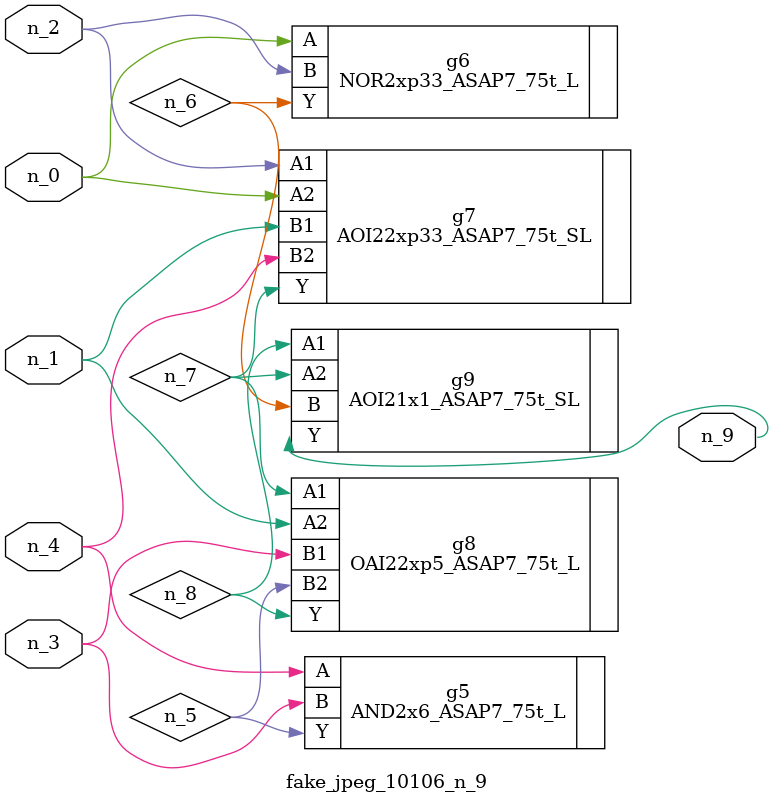
<source format=v>
module fake_jpeg_10106_n_9 (n_3, n_2, n_1, n_0, n_4, n_9);

input n_3;
input n_2;
input n_1;
input n_0;
input n_4;

output n_9;

wire n_8;
wire n_6;
wire n_5;
wire n_7;

AND2x6_ASAP7_75t_L g5 ( 
.A(n_4),
.B(n_3),
.Y(n_5)
);

NOR2xp33_ASAP7_75t_L g6 ( 
.A(n_0),
.B(n_2),
.Y(n_6)
);

AOI22xp33_ASAP7_75t_SL g7 ( 
.A1(n_2),
.A2(n_0),
.B1(n_1),
.B2(n_4),
.Y(n_7)
);

OAI22xp5_ASAP7_75t_L g8 ( 
.A1(n_7),
.A2(n_1),
.B1(n_3),
.B2(n_5),
.Y(n_8)
);

AOI21x1_ASAP7_75t_SL g9 ( 
.A1(n_8),
.A2(n_7),
.B(n_6),
.Y(n_9)
);


endmodule
</source>
